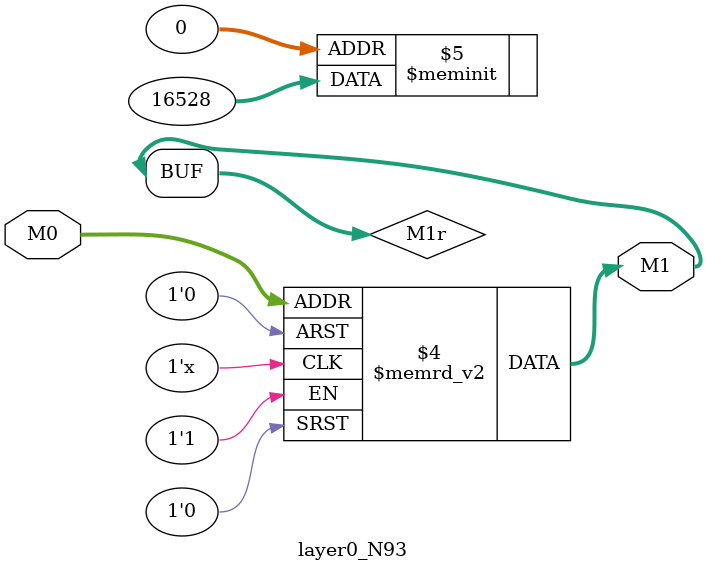
<source format=v>
module layer0_N93 ( input [3:0] M0, output [1:0] M1 );

	(*rom_style = "distributed" *) reg [1:0] M1r;
	assign M1 = M1r;
	always @ (M0) begin
		case (M0)
			4'b0000: M1r = 2'b00;
			4'b1000: M1r = 2'b00;
			4'b0100: M1r = 2'b00;
			4'b1100: M1r = 2'b00;
			4'b0010: M1r = 2'b01;
			4'b1010: M1r = 2'b00;
			4'b0110: M1r = 2'b00;
			4'b1110: M1r = 2'b00;
			4'b0001: M1r = 2'b00;
			4'b1001: M1r = 2'b00;
			4'b0101: M1r = 2'b00;
			4'b1101: M1r = 2'b00;
			4'b0011: M1r = 2'b10;
			4'b1011: M1r = 2'b00;
			4'b0111: M1r = 2'b01;
			4'b1111: M1r = 2'b00;

		endcase
	end
endmodule

</source>
